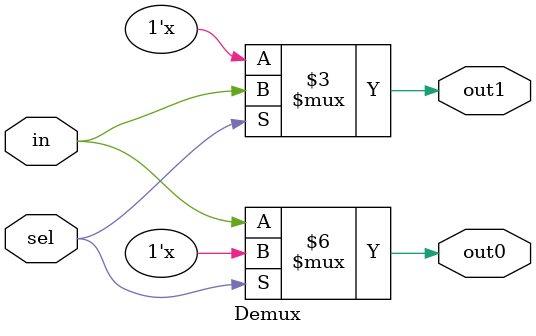
<source format=v>
`timescale 1ns / 1ps


module Demux(
                input  in,
                input  sel,
                output reg out0,
                output reg out1
                
            );
            
         
                     
         always @(in,sel)
         begin    
                  if(sel)
                  out1=in;
                  else 
                  out0=in;
         end                
endmodule

</source>
